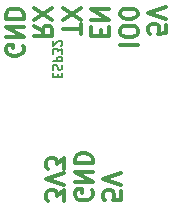
<source format=gbr>
%TF.GenerationSoftware,KiCad,Pcbnew,(6.0.0)*%
%TF.CreationDate,2022-08-06T00:01:33+02:00*%
%TF.ProjectId,bobby-flasher,626f6262-792d-4666-9c61-736865722e6b,rev?*%
%TF.SameCoordinates,Original*%
%TF.FileFunction,Legend,Bot*%
%TF.FilePolarity,Positive*%
%FSLAX46Y46*%
G04 Gerber Fmt 4.6, Leading zero omitted, Abs format (unit mm)*
G04 Created by KiCad (PCBNEW (6.0.0)) date 2022-08-06 00:01:33*
%MOMM*%
%LPD*%
G01*
G04 APERTURE LIST*
%ADD10C,0.300000*%
%ADD11C,0.150000*%
G04 APERTURE END LIST*
D10*
X6658928Y-60237857D02*
X6658928Y-60952142D01*
X5944642Y-61023571D01*
X6016071Y-60952142D01*
X6087500Y-60809285D01*
X6087500Y-60452142D01*
X6016071Y-60309285D01*
X5944642Y-60237857D01*
X5801785Y-60166428D01*
X5444642Y-60166428D01*
X5301785Y-60237857D01*
X5230357Y-60309285D01*
X5158928Y-60452142D01*
X5158928Y-60809285D01*
X5230357Y-60952142D01*
X5301785Y-61023571D01*
X6658928Y-59737857D02*
X5158928Y-59237857D01*
X6658928Y-58737857D01*
X2743928Y-61952142D02*
X4243928Y-61952142D01*
X4243928Y-60952142D02*
X4243928Y-60666428D01*
X4172499Y-60523571D01*
X4029642Y-60380714D01*
X3743928Y-60309285D01*
X3243928Y-60309285D01*
X2958214Y-60380714D01*
X2815357Y-60523571D01*
X2743928Y-60666428D01*
X2743928Y-60952142D01*
X2815357Y-61095000D01*
X2958214Y-61237857D01*
X3243928Y-61309285D01*
X3743928Y-61309285D01*
X4029642Y-61237857D01*
X4172499Y-61095000D01*
X4243928Y-60952142D01*
X4243928Y-59380714D02*
X4243928Y-59237857D01*
X4172500Y-59095000D01*
X4101071Y-59023571D01*
X3958214Y-58952142D01*
X3672500Y-58880714D01*
X3315357Y-58880714D01*
X3029642Y-58952142D01*
X2886785Y-59023571D01*
X2815357Y-59095000D01*
X2743928Y-59237857D01*
X2743928Y-59380714D01*
X2815357Y-59523571D01*
X2886785Y-59595000D01*
X3029642Y-59666428D01*
X3315357Y-59737857D01*
X3672500Y-59737857D01*
X3958214Y-59666428D01*
X4101071Y-59595000D01*
X4172500Y-59523571D01*
X4243928Y-59380714D01*
X1114642Y-61166428D02*
X1114642Y-60666428D01*
X328928Y-60452142D02*
X328928Y-61166428D01*
X1828928Y-61166428D01*
X1828928Y-60452142D01*
X328928Y-59809285D02*
X1828928Y-59809285D01*
X328928Y-58952142D01*
X1828928Y-58952142D01*
X-586071Y-61023571D02*
X-586071Y-60166428D01*
X-2086071Y-60595000D02*
X-586071Y-60595000D01*
X-586071Y-59809285D02*
X-2086071Y-58809285D01*
X-586071Y-58809285D02*
X-2086071Y-59809285D01*
X-4501071Y-60309285D02*
X-3786785Y-60809285D01*
X-4501071Y-61166428D02*
X-3001071Y-61166428D01*
X-3001071Y-60595000D01*
X-3072500Y-60452142D01*
X-3143928Y-60380714D01*
X-3286785Y-60309285D01*
X-3501071Y-60309285D01*
X-3643928Y-60380714D01*
X-3715357Y-60452142D01*
X-3786785Y-60595000D01*
X-3786785Y-61166428D01*
X-3001071Y-59809285D02*
X-4501071Y-58809285D01*
X-3001071Y-58809285D02*
X-4501071Y-59809285D01*
X-5487500Y-62023571D02*
X-5416071Y-62166428D01*
X-5416071Y-62380714D01*
X-5487500Y-62595000D01*
X-5630357Y-62737857D01*
X-5773214Y-62809285D01*
X-6058928Y-62880714D01*
X-6273214Y-62880714D01*
X-6558928Y-62809285D01*
X-6701785Y-62737857D01*
X-6844642Y-62595000D01*
X-6916071Y-62380714D01*
X-6916071Y-62237857D01*
X-6844642Y-62023571D01*
X-6773214Y-61952142D01*
X-6273214Y-61952142D01*
X-6273214Y-62237857D01*
X-6916071Y-61309285D02*
X-5416071Y-61309285D01*
X-6916071Y-60452142D01*
X-5416071Y-60452142D01*
X-6916071Y-59737857D02*
X-5416071Y-59737857D01*
X-5416071Y-59380714D01*
X-5487500Y-59166428D01*
X-5630357Y-59023571D01*
X-5773214Y-58952142D01*
X-6058928Y-58880714D01*
X-6273214Y-58880714D01*
X-6558928Y-58952142D01*
X-6701785Y-59023571D01*
X-6844642Y-59166428D01*
X-6916071Y-59380714D01*
X-6916071Y-59737857D01*
X2836428Y-74333571D02*
X2836428Y-75047857D01*
X2122142Y-75119285D01*
X2193571Y-75047857D01*
X2265000Y-74905000D01*
X2265000Y-74547857D01*
X2193571Y-74405000D01*
X2122142Y-74333571D01*
X1979285Y-74262142D01*
X1622142Y-74262142D01*
X1479285Y-74333571D01*
X1407857Y-74405000D01*
X1336428Y-74547857D01*
X1336428Y-74905000D01*
X1407857Y-75047857D01*
X1479285Y-75119285D01*
X2836428Y-73833571D02*
X1336428Y-73333571D01*
X2836428Y-72833571D01*
X350000Y-74262142D02*
X421428Y-74405000D01*
X421428Y-74619285D01*
X350000Y-74833571D01*
X207142Y-74976428D01*
X64285Y-75047857D01*
X-221428Y-75119285D01*
X-435714Y-75119285D01*
X-721428Y-75047857D01*
X-864285Y-74976428D01*
X-1007142Y-74833571D01*
X-1078571Y-74619285D01*
X-1078571Y-74476428D01*
X-1007142Y-74262142D01*
X-935714Y-74190714D01*
X-435714Y-74190714D01*
X-435714Y-74476428D01*
X-1078571Y-73547857D02*
X421428Y-73547857D01*
X-1078571Y-72690714D01*
X421428Y-72690714D01*
X-1078571Y-71976428D02*
X421428Y-71976428D01*
X421428Y-71619285D01*
X350000Y-71405000D01*
X207142Y-71262142D01*
X64285Y-71190714D01*
X-221428Y-71119285D01*
X-435714Y-71119285D01*
X-721428Y-71190714D01*
X-864285Y-71262142D01*
X-1007142Y-71405000D01*
X-1078571Y-71619285D01*
X-1078571Y-71976428D01*
X-1993571Y-75190714D02*
X-1993571Y-74262142D01*
X-2565000Y-74762142D01*
X-2565000Y-74547857D01*
X-2636428Y-74405000D01*
X-2707857Y-74333571D01*
X-2850714Y-74262142D01*
X-3207857Y-74262142D01*
X-3350714Y-74333571D01*
X-3422142Y-74405000D01*
X-3493571Y-74547857D01*
X-3493571Y-74976428D01*
X-3422142Y-75119285D01*
X-3350714Y-75190714D01*
X-1993571Y-73833571D02*
X-3493571Y-73333571D01*
X-1993571Y-72833571D01*
X-1993571Y-72476428D02*
X-1993571Y-71547857D01*
X-2564999Y-72047857D01*
X-2564999Y-71833571D01*
X-2636428Y-71690714D01*
X-2707857Y-71619285D01*
X-2850714Y-71547857D01*
X-3207857Y-71547857D01*
X-3350714Y-71619285D01*
X-3422142Y-71690714D01*
X-3493571Y-71833571D01*
X-3493571Y-72262142D01*
X-3422142Y-72405000D01*
X-3350714Y-72476428D01*
D11*
X-2542857Y-64635833D02*
X-2542857Y-64402500D01*
X-2961904Y-64302500D02*
X-2961904Y-64635833D01*
X-2161904Y-64635833D01*
X-2161904Y-64302500D01*
X-2923809Y-64035833D02*
X-2961904Y-63935833D01*
X-2961904Y-63769166D01*
X-2923809Y-63702500D01*
X-2885714Y-63669166D01*
X-2809523Y-63635833D01*
X-2733333Y-63635833D01*
X-2657142Y-63669166D01*
X-2619047Y-63702500D01*
X-2580952Y-63769166D01*
X-2542857Y-63902500D01*
X-2504761Y-63969166D01*
X-2466666Y-64002500D01*
X-2390476Y-64035833D01*
X-2314285Y-64035833D01*
X-2238095Y-64002500D01*
X-2200000Y-63969166D01*
X-2161904Y-63902500D01*
X-2161904Y-63735833D01*
X-2200000Y-63635833D01*
X-2961904Y-63335833D02*
X-2161904Y-63335833D01*
X-2161904Y-63069166D01*
X-2199999Y-63002500D01*
X-2238095Y-62969166D01*
X-2314285Y-62935833D01*
X-2428571Y-62935833D01*
X-2504761Y-62969166D01*
X-2542857Y-63002500D01*
X-2580952Y-63069166D01*
X-2580952Y-63335833D01*
X-2161904Y-62702500D02*
X-2161904Y-62269166D01*
X-2466666Y-62502500D01*
X-2466666Y-62402500D01*
X-2504761Y-62335833D01*
X-2542857Y-62302500D01*
X-2619047Y-62269166D01*
X-2809523Y-62269166D01*
X-2885714Y-62302500D01*
X-2923809Y-62335833D01*
X-2961904Y-62402500D01*
X-2961904Y-62602500D01*
X-2923809Y-62669166D01*
X-2885714Y-62702500D01*
X-2238095Y-62002500D02*
X-2199999Y-61969166D01*
X-2161904Y-61902500D01*
X-2161904Y-61735833D01*
X-2199999Y-61669166D01*
X-2238095Y-61635833D01*
X-2314285Y-61602500D01*
X-2390476Y-61602500D01*
X-2504761Y-61635833D01*
X-2961904Y-62035833D01*
X-2961904Y-61602500D01*
M02*

</source>
